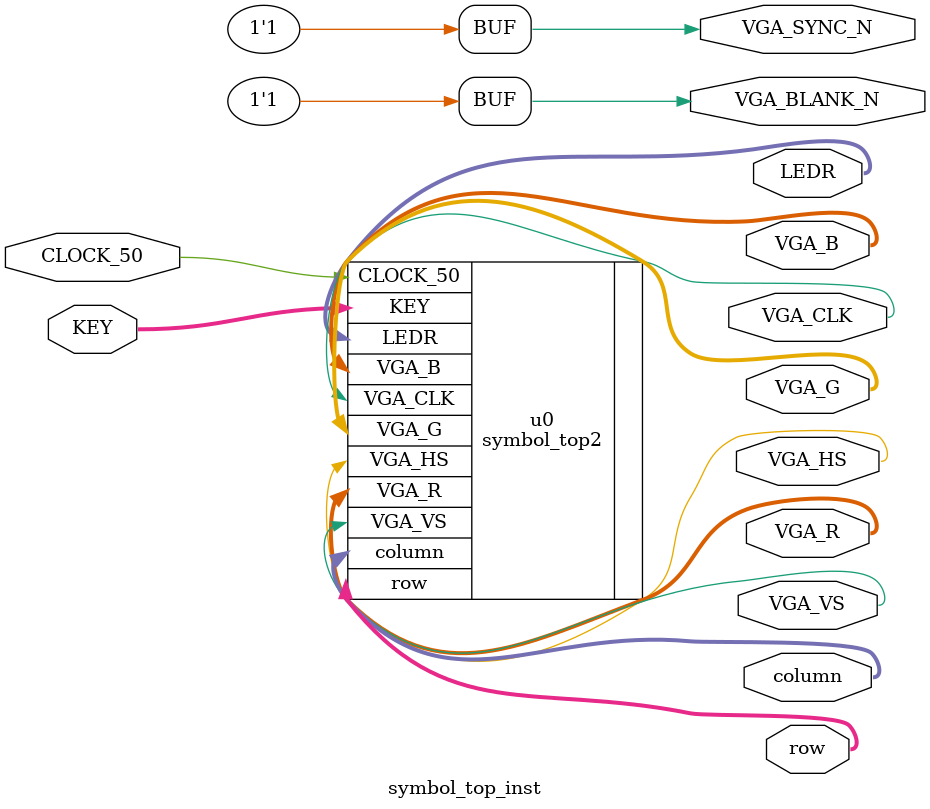
<source format=v>



module symbol_top_inst
(
//	wr_en,
	CLOCK_50,
//	data_in,
	KEY,
	VGA_HS,
	VGA_VS,
	column,
//	freeslots,
	row,
	VGA_B,
	VGA_G,
	VGA_R,
	VGA_SYNC_N,
	VGA_BLANK_N,
	VGA_CLK,
	LEDR
);

//input wire	wr_en;
input wire	CLOCK_50;
//input wire	[31:0] data_in;
input wire [3:0] KEY;
output wire	VGA_HS;
output wire	VGA_VS;
output wire	[9:0] column;
//output wire	[3:0] freeslots;
output wire	[8:0] row;
output wire	[7:0] VGA_B;
output wire	[7:0] VGA_G;
output wire	[7:0] VGA_R;
output wire [17:0] LEDR;

output wire VGA_SYNC_N, VGA_BLANK_N, VGA_CLK;

assign VGA_SYNC_N = 1'b1;
assign VGA_BLANK_N = 1'b1;

symbol_top2 u0(	// input [0:0] KEY_sig
//	.data_in(data_in) ,	// input [31:0] data_in_sig
	.KEY(KEY) ,
//	.wr_en(wr_en) ,	// input  wr_en_sig
	.CLOCK_50(CLOCK_50) ,	// input  CLOCK_50_sig
	.row(row) ,	// output [8:0] row_sig
	.column(column) ,	// output [9:0] column_sig
	.VGA_R(VGA_R) ,	// output [7:0] VGA_R_sig
	.VGA_G(VGA_G) ,	// output [7:0] VGA_G_sig
	.VGA_B(VGA_B) ,	// output [7:0] VGA_B_sig
	.VGA_HS(VGA_HS) ,	// output  VGA_HS_sig
	.VGA_VS(VGA_VS) ,	// output  VGA_VS_sig
//	.freeslots(freeslots) 	// output [3:0] freeslots_sig
	.LEDR(LEDR),
	.VGA_CLK(VGA_CLK)
	);

endmodule


</source>
